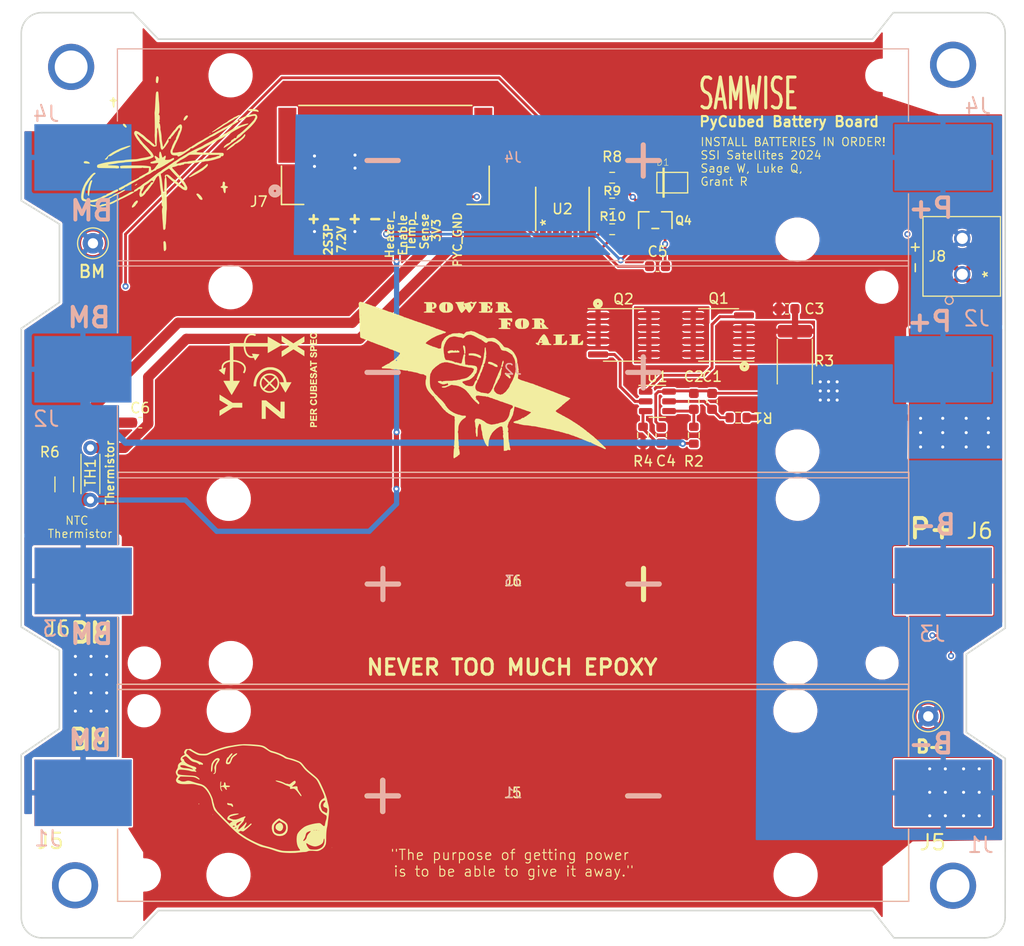
<source format=kicad_pcb>
(kicad_pcb (version 20221018) (generator pcbnew)
  (title_block (title "Battery Board") (date "2024-05-07") (rev "v2B") (company "Stanford SSI") (comment 1 "Original design by Max Holiday, very small adaptations by Grant Regen") (comment 2 "More small edits made by Sage Wu and Luke Qiao"))
  (layers (0 "F.Cu" signal) (1 "In1.Cu" signal) (2 "In2.Cu" signal) (31 "B.Cu" signal) (34 "B.Paste" user) (35 "F.Paste" user) (36 "B.SilkS" user "B.Silkscreen") (37 "F.SilkS" user "F.Silkscreen") (38 "B.Mask" user) (39 "F.Mask" user) (44 "Edge.Cuts" user))
  (net 0 "")
  (net 1 "/VDD")
  (net 2 "B-")
  (net 3 "PACK-")
  (net 4 "BM")
  (net 5 "PACK+")
  (net 6 "Net-(U1-VC)")
  (net 7 "Net-(C3-Pad1)")
  (net 8 "PyCubed_AIN5")
  (net 10 "Net-(U1-V-)")
  (net 14 "Net-(Q1-G)")
  (net 15 "+3V3")
  (net 16 "Net-(Q1-D-Pad5)")
  (net 17 "Net-(Q2-G)")
  (net 18 "/HEATER")
  (net 19 "PyCubed_HIN")
  (net 20 "Net-(Q4-G)")
  (net 21 "PYCUBED_GND")
  (net 22 "Net-(Q4-D)")
  (footprint "batteryboard:Keystone_1042" (layer "F.Cu") (at 101.1174 129.8448 180)
    (fp_text reference "J5")
    (fp_text value "KEYSTONE-1042")
  )
  (footprint "Package_TO_SOT_SMD:SOT-23-6" (layer "F.Cu") (at 115.189 91.694)
    (fp_text reference "U1")
    (fp_text value "R5460N233AF")
  )
  (footprint "batteryboard:Keystone_1042" (layer "F.Cu") (at 101.1428 109.1946)
    (fp_text reference "J6")
    (fp_text value "KEYSTONE-1042")
  )
  (footprint "Capacitor_SMD:C_0603_1608Metric" (layer "F.Cu") (at 120.523 91.694 -90)
    (fp_text reference "C1")
    (fp_text value "0.1uF")
  )
  (footprint "Capacitor_SMD:C_0603_1608Metric" (layer "F.Cu") (at 118.745 91.694 -90)
    (fp_text reference "C2")
    (fp_text value "0.1uF")
  )
  (footprint "Capacitor_SMD:C_0603_1608Metric" (layer "F.Cu") (at 115.57 94.996 -90)
    (fp_text reference "C4")
    (fp_text value "0.1uF")
  )
  (footprint "Capacitor_SMD:C_0603_1608Metric" (layer "F.Cu") (at 127.8255 82.677 180)
    (fp_text reference "C3")
    (fp_text value "0.1uF")
  )
  (footprint "Resistor_SMD:R_0603_1608Metric" (layer "F.Cu") (at 123.063 93.2815 180)
    (fp_text reference "R1")
    (fp_text value "330")
  )
  (footprint "Resistor_SMD:R_0603_1608Metric" (layer "F.Cu") (at 118.745 94.996 90)
    (fp_text reference "R2")
    (fp_text value "330")
  )
  (footprint "Package_SO:SOIC-8_3.9x4.9mm_P1.27mm" (layer "F.Cu") (at 111.887 85.217)
    (fp_text reference "Q2")
    (fp_text value "IRF7458")
  )
  (footprint "Package_SO:SOIC-8_3.9x4.9mm_P1.27mm" (layer "F.Cu") (at 121.158 85.217 180)
    (fp_text reference "Q1")
    (fp_text value "IRF7458")
  )
  (footprint "Resistor_SMD:R_0603_1608Metric" (layer "F.Cu") (at 113.792 94.996 -90)
    (fp_text reference "R4")
    (fp_text value "1k")
  )
  (footprint "Resistor_SMD:R_2512_6332Metric" (layer "F.Cu") (at 128.5875 87.8205 90)
    (fp_text reference "R3")
    (fp_text value "0.01")
  )
  (footprint "TestPoint:TestPoint_Loop_D1.80mm_Drill1.0mm_Beaded" (layer "F.Cu") (at 141.5923 122.3899)
    (fp_text reference "TP1" hide)
    (fp_text value "TestPoint")
  )
  (footprint "TestPoint:TestPoint_Loop_D1.80mm_Drill1.0mm_Beaded" (layer "F.Cu") (at 60.1853 76.2889)
    (fp_text reference "TP2" hide)
    (fp_text value "TestPoint")
  )
  (footprint "batteryboard:MountingHole_3.2mm_M3_DIN965_PadMOD" (layer "F.Cu") (at 144.0103 138.8999)
    (fp_text reference "H4" hide)
    (fp_text value "MountingHole_Pad")
  )
  (footprint "batteryboard:MountingHole_3.2mm_M3_DIN965_PadMOD" (layer "F.Cu") (at 58.0607 59.0989)
    (fp_text reference "H2" hide)
    (fp_text value "MountingHole_Pad")
  )
  (footprint "batteryboard:MountingHole_3.2mm_M3_DIN965_PadMOD" (layer "F.Cu") (at 58.4417 138.8549)
    (fp_text reference "H1" hide)
    (fp_text value "MountingHole_Pad")
  )
  (footprint "batteryboard:MountingHole_3.2mm_M3_DIN965_PadMOD" (layer "F.Cu") (at 144.0103 58.8899)
    (fp_text reference "H3" hide)
    (fp_text value "MountingHole_Pad")
  )
  (footprint "batteryboard:pheonix_2pos_screwterminal" (layer "F.Cu") (at 144.9033 79.312102 90)
    (fp_text reference "J8")
    (fp_text value "Screw_Terminal_01x02" hide)
  )
  (footprint "Resistor_SMD:R_1206_3216Metric" (layer "F.Cu") (at 57.3913 99.7839 -90)
    (fp_text reference "R6")
    (fp_text value "200k, RN73H2BTTD2003A05")
  )
  (footprint "Resistor_THT:R_Axial_DIN0204_L3.6mm_D1.6mm_P5.08mm_Horizontal" (layer "F.Cu") (at 59.9393 101.3079 90)
    (fp_text reference "TH1")
    (fp_text value "TTDO-10KC8-3-1%")
  )
  (footprint "batteryboard:PowerLogo" (layer "F.Cu") (at 97.672 89.637502)
    (fp_text reference "Ref**" hide)
    (fp_text value "Val**" hide)
  )
  (footprint "Resistor_SMD:R_0603_1608Metric" (layer "F.Cu") (at 110.7853 69.8999)
    (fp_text reference "R8")
    (fp_text value "10k")
  )
  (footprint "mainboard:PWRDI-123" (layer "F.Cu") (at 116.6447 70.3789)
    (fp_text reference "D1")
    (fp_text value "DFLS130L" hide)
  )
  (footprint "Resistor_SMD:R_0603_1608Metric" (layer "F.Cu") (at 110.7853 72.4099 180)
    (fp_text reference "R9")
    (fp_text value "4.7k")
  )
  (footprint "batteryboard_local:SOT-23" (layer "F.Cu") (at 114.9921 74.0316)
    (fp_text reference "Q4")
    (fp_text value "IRLML2803" hide)
  )
  (footprint "Capacitor_SMD:C_0603_1608Metric" (layer "F.Cu") (at 64.7917 93.7699)
    (fp_text reference "C6")
    (fp_text value "10uF")
  )
  (footprint "NetTie:NetTie-2_SMD_Pad0.5mm" (layer "F.Cu") (at 143.8111 115.0217 -90)
    (fp_text reference "NT1" hide)
    (fp_text value "NetTie_2" hide)
  )
  (footprint "batteryboard:502352-0801" (layer "F.Cu") (at 88.6803 67.6799 180)
    (fp_text reference "J7")
    (fp_text value "MOLEX 502352-0801")
  )
  (footprint "LOGO" (layer "F.Cu") (at 67.8143 68.1159)
    (fp_text reference "G***" hide)
    (fp_text value "LOGO" hide)
  )
  (footprint "batteryboard:SOIC_2LSS-13_DIO" (layer "F.Cu") (at 105.9397 72.9419 90)
    (fp_text reference "U2")
    (fp_text value "DMP2040USS-13")
  )
  (footprint "Capacitor_SMD:C_0603_1608Metric" (layer "F.Cu") (at 115.2107 78.5299)
    (fp_text reference "C5")
    (fp_text value "10uF")
  )
  (footprint "LOGO" (layer "F.Cu") (at 76.0693 130.2189)
    (fp_text reference "G***" hide)
    (fp_text value "LOGO" hide)
  )
  (footprint "Resistor_SMD:R_0603_1608Metric" (layer "F.Cu") (at 110.7853 74.9199)
    (fp_text reference "R10")
    (fp_text value "100k")
  )
  (footprint "batteryboard:Keystone_1042" (layer "B.Cu") (at 101.1174 88.5698)
    (fp_text reference "J2")
    (fp_text value "KEYSTONE-1042")
  )
  (footprint "batteryboard:Keystone_1042" (layer "B.Cu") (at 101.1428 129.8448 180)
    (fp_text reference "J1")
    (fp_text value "KEYSTONE-1042")
  )
  (footprint "batteryboard:Keystone_1042" (layer "B.Cu") (at 101.1428 109.1946 180)
    (fp_text reference "J3")
    (fp_text value "KEYSTONE-1042")
  )
  (footprint "batteryboard:Keystone_1042" (layer "B.Cu") (at 101.1174 67.9196)
    (fp_text reference "J4")
    (fp_text value "KEYSTONE-1042")
  )
  (footprint "batteryboard:XYZ_cubesat-bot" (layer "B.Cu") (at 77.2303 89.5899 -90)
    (fp_text reference "Ref**" hide)
    (fp_text value "Val**" hide)
  )
  (gr_circle (center 123.6726 88.2904) (end 123.7488 88.3158) (stroke (width 0.4)) (fill none) (layer "F.SilkS"))
  (gr_circle (center 109.3978 82.169) (end 109.474 82.1944) (stroke (width 0.4)) (fill none) (layer "F.SilkS"))
  (gr_arc (start 55.2003 143.9799) (mid 53.786086 143.394114) (end 53.2003 141.9799) (stroke (width 0.15)) (layer "Edge.Cuts"))
  (gr_arc (start 149.0853 141.9799) (mid 148.499514 143.394114) (end 147.0853 143.9799) (stroke (width 0.15)) (layer "Edge.Cuts"))
  (gr_arc (start 147.0853 53.8099) (mid 148.499514 54.395686) (end 149.0853 55.8099) (stroke (width 0.15)) (layer "Edge.Cuts"))
  (gr_arc (start 53.2003 55.8099) (mid 53.786086 54.395686) (end 55.2003 53.8099) (stroke (width 0.15)) (layer "Edge.Cuts"))
  (gr_line (start 55.2003 143.9799) (end 64.0395 143.9799) (stroke (width 0.15)) (layer "Edge.Cuts"))
  (gr_line (start 149.098 113.792) (end 149.0853 55.8099) (stroke (width 0.15)) (layer "Edge.Cuts"))
  (gr_line (start 136.1657 141.3187) (end 66.5697 141.3187) (stroke (width 0.15)) (layer "Edge.Cuts"))
  (gr_line (start 64.0395 143.9799) (end 66.5697 141.3187) (stroke (width 0.15)) (layer "Edge.Cuts"))
  (gr_line (start 147.0853 143.9799) (end 138.2461 143.9799) (stroke (width 0.15)) (layer "Edge.Cuts"))
  (gr_line (start 66.548 56.388) (end 64.0969 53.8099) (stroke (width 0.15)) (layer "Edge.Cuts"))
  (gr_line (start 136.144 56.388) (end 66.548 56.388) (stroke (width 0.15)) (layer "Edge.Cuts"))
  (gr_line (start 136.144 56.388) (end 138.1887 53.8099) (stroke (width 0.15)) (layer "Edge.Cuts"))
  (gr_line (start 147.0853 53.8099) (end 138.1887 53.8099) (stroke (width 0.15)) (layer "Edge.Cuts"))
  (gr_line (start 64.0969 53.8099) (end 55.2003 53.8099) (stroke (width 0.15)) (layer "Edge.Cuts"))
  (gr_line (start 53.2003 72.136) (end 53.2003 55.8099) (stroke (width 0.15)) (layer "Edge.Cuts"))
  (gr_line (start 149.0853 141.9799) (end 149.098 126.492) (stroke (width 0.15)) (layer "Edge.Cuts"))
  (gr_line (start 145.3097 123.952) (end 149.098 126.492) (stroke (width 0.15)) (layer "Edge.Cuts"))
  (gr_line (start 56.9121 115.9689) (end 53.1947 113.6829) (stroke (width 0.15)) (layer "Edge.Cuts"))
  (gr_line (start 145.3097 116.332) (end 145.3097 123.952) (stroke (width 0.15)) (layer "Edge.Cuts"))
  (gr_line (start 53.2003 84.582) (end 56.9177 82.042) (stroke (width 0.15)) (layer "Edge.Cuts"))
  (gr_line (start 56.9121 123.5889) (end 56.9121 115.9689) (stroke (width 0.15)) (layer "Edge.Cuts"))
  (gr_line (start 138.2461 143.9799) (end 136.1657 141.3187) (stroke (width 0.15)) (layer "Edge.Cuts"))
  (gr_line (start 53.2003 141.9799) (end 53.1947 126.1289) (stroke (width 0.15)) (layer "Edge.Cuts"))
  (gr_line (start 56.9177 74.422) (end 53.2003 72.136) (stroke (width 0.15)) (layer "Edge.Cuts"))
  (gr_line (start 56.9177 82.042) (end 56.9177 74.422) (stroke (width 0.15)) (layer "Edge.Cuts"))
  (gr_line (start 149.098 113.792) (end 145.3097 116.332) (stroke (width 0.15)) (layer "Edge.Cuts"))
  (gr_line (start 53.1947 126.1289) (end 56.9121 123.5889) (stroke (width 0.15)) (layer "Edge.Cuts"))
  (gr_line (start 53.1947 113.6829) (end 53.2003 84.582) (stroke (width 0.15)) (layer "Edge.Cuts"))
  (gr_text "BM" (at 60.0583 114.3889) (layer "B.SilkS") (effects (font (size 1.905 1.905) (thickness 0.381)) (justify mirror)))
  (gr_text "BM" (at 59.8043 83.5279) (layer "B.SilkS") (effects (font (size 1.905 1.905) (thickness 0.381)) (justify mirror)))
  (gr_text "BM" (at 60.0583 73.1139) (layer "B.SilkS") (effects (font (size 1.905 1.905) (thickness 0.381)) (justify mirror)))
  (gr_text "BM" (at 59.8895 124.7325) (layer "B.SilkS") (effects (font (size 1.905 1.905) (thickness 0.381)) (justify mirror)))
  (gr_text "B-" (at 141.8463 125.0569) (layer "B.SilkS") (effects (font (size 1.905 1.905) (thickness 0.381)) (justify mirror)))
  (gr_text "B-" (at 142.1003 103.7209) (layer "B.SilkS") (effects (font (size 1.905 1.905) (thickness 0.381)) (justify mirror)))
  (gr_text "P+" (at 141.7193 83.9089) (layer "B.SilkS") (effects (font (size 1.905 1.905) (thickness 0.381)) (justify mirror)))
  (gr_text "P+" (at 141.8463 72.8599) (layer "B.SilkS") (effects (font (size 1.905 1.905) (thickness 0.381)) (justify mirror)))
  (gr_text "J4" (at 57.0447 64.5599) (layer "B.SilkS") (effects (font (size 1.5 1.5) (thickness 0.2)) (justify left bottom mirror)))
  (gr_text "J3\n\n" (at 57.9617 117.1419) (layer "B.SilkS") (effects (font (size 1.5 1.5) (thickness 0.2)) (justify left bottom mirror)))
  (gr_text "J3\n\n" (at 143.4047 117.6459) (layer "B.SilkS") (effects (font (size 1.5 1.5) (thickness 0.2)) (justify left bottom mirror)))
  (gr_text "J4" (at 147.8497 63.7979) (layer "B.SilkS") (effects (font (size 1.5 1.5) (thickness 0.2)) (justify left bottom mirror)))
  (gr_text "J1\n" (at 148.1037 135.8069) (layer "B.SilkS") (effects (font (size 1.5 1.5) (thickness 0.2)) (justify left bottom mirror)))
  (gr_text "J2\n\n\n" (at 147.7227 89.3249) (layer "B.SilkS") (effects (font (size 1.5 1.5) (thickness 0.2)) (justify left bottom mirror)))
  (gr_text "J1\n" (at 57.1717 135.1719) (layer "B.SilkS") (effects (font (size 1.5 1.5) (thickness 0.2)) (justify left bottom mirror)))
  (gr_text "J2\n\n\n" (at 57.0447 99.1039) (layer "B.SilkS") (effects (font (size 1.5 1.5) (thickness 0.2)) (justify left bottom mirror)))
  (gr_text "BM" (at 59.9313 124.6309) (layer "F.SilkS") (effects (font (size 1.905 1.905) (thickness 0.381))))
  (gr_text "B-" (at 141.7791 125.3421) (layer "F.SilkS") (effects (font (size 1.2 1.2) (thickness 0.3))))
  (gr_text "P+" (at 141.9733 104.1019) (layer "F.SilkS") (effects (font (size 1.905 1.905) (thickness 0.381))))
  (gr_text "NTC \nThermistor" (at 58.9243 103.9553) (layer "F.SilkS") (effects (font (size 0.8 0.8) (thickness 0.1))))
  (gr_text "2S3P\n7.2V" (at 83.7655 75.9137 90) (layer "F.SilkS") (effects (font (size 0.8 0.8) (thickness 0.175))))
  (gr_text "- +" (at 140.2551 77.6663 90) (layer "F.SilkS") (effects (font (size 1 1))))
  (gr_text "INSTALL BATTERIES IN ORDER!\nSSI Satellites 2024\nSage W, Luke Q,\nGrant R\n" (at 119.3255 68.3445) (layer "F.SilkS") (effects (font (size 0.8 0.8) (thickness 0.1)) (justify left)))
  (gr_text "BM" (at 60.0927 79.0379) (layer "F.SilkS") (effects (font (size 1.2 1.2) (thickness 0.2))))
  (gr_text "Heater_\nEnable" (at 89.7447 75.4789 90) (layer "F.SilkS") (effects (font (size 0.8 0.8))))
  (gr_text "Temp_\nSense" (at 91.8447 75.1289 90) (layer "F.SilkS") (effects (font (size 0.8 0.8))))
  (gr_text "Thermistor" (at 61.8363 98.6663 90) (layer "F.SilkS") (effects (font (size 0.8 0.8))))
  (gr_text "J5" (at 54.6317 135.4259) (layer "F.SilkS") (effects (font (size 1.5 1.5) (thickness 0.2)) (justify left bottom)))
  (gr_text "J6\n" (at 55.2947 114.7289) (layer "F.SilkS") (effects (font (size 1.5 1.5) (thickness 0.2)) (justify left bottom)))
  (gr_text "J5" (at 140.6107 135.5529) (layer "F.SilkS") (effects (font (size 1.5 1.5) (thickness 0.2)) (justify left bottom)))
  (gr_text "J6\n" (at 145.1827 105.1999) (layer "F.SilkS") (effects (font (size 1.5 1.5) (thickness 0.2)) (justify left bottom)))
  (gr_text "{dblquote}The purpose of getting power \nis to be able to give it away.{dblquote}" (at 101.1899 136.6959) (layer "F.SilkS") (effects (font (size 1 1) (thickness 0.1))))
  (gr_text "SAMWISE" (at 124.0753 61.7151) (layer "F.SilkS") (effects (font (size 3 1.5) (thickness 0.3))))
  (gr_text "3V3" (at 93.6447 75.0289 90) (layer "F.SilkS") (effects (font (size 0.8 0.8))))
  (gr_text "PYC_GND" (at 95.7197 75.9289 90) (layer "F.SilkS") (effects (font (size 0.8 0.8))))
  (gr_text "PyCubed Battery Board" (at 128.0377 64.4329) (layer "F.SilkS") (effects (font (size 1 1) (thickness 0.2))))
  (gr_text "- + - +" (at 84.6963 74.0029 180) (layer "F.SilkS") (effects (font (size 1 1) (thickness 0.25))))
  (gr_text "BM" (at 60.0583 114.2619) (layer "F.SilkS") (effects (font (size 1.905 1.905) (thickness 0.381))))
  (gr_text "NEVER TOO MUCH EPOXY" (at 101.0303 117.6099) (layer "F.SilkS") (effects (font (size 1.5 1.5) (thickness 0.3))))
  (segment (start 119.761 91.694) (end 120.523 92.456) (width 0.2794) (layer "F.Cu") (net 1))
  (segment (start 121.323 93.2815) (end 120.523 92.4815) (width 0.2794) (layer "F.Cu") (net 1))
  (segment (start 122.2755 93.2815) (end 121.323 93.2815) (width 0.2794) (layer "F.Cu") (net 1))
  (segment (start 116.589 91.694) (end 119.761 91.694) (width 0.2794) (layer "F.Cu") (net 1))
  (segment (start 120.523 92.456) (end 120.523 92.4815) (width 0.2794) (layer "F.Cu") (net 1))
  (segment (start 118.745 90.678) (end 120.2945 90.678) (width 0.2794) (layer "F.Cu") (net 2))
  (segment (start 120.523 90.9065) (end 128.4015 90.9065) (width 0.2794) (layer "F.Cu") (net 2))
  (segment (start 118.745 90.9065) (end 118.745 90.678) (width 0.2794) (layer "F.Cu") (net 2))
  (segment (start 115.0329 91.0013) (end 115.2902 90.744) (width 0.27178) (layer "F.Cu") (net 2))
  (segment (start 120.2945 90.678) (end 120.523 90.9065) (width 0.2794) (layer "F.Cu") (net 2))
  (segment (start 115.2902 90.744) (end 116.3265 90.744) (width 0.27178) (layer "F.Cu") (net 2))
  (segment (start 116.655 90.678) (end 118.745 90.678) (width 0.2794) (layer "F.Cu") (net 2))
  (segment (start 115.57 94.2085) (end 115.0329 93.6714) (width 0.27178) (layer "F.Cu") (net 2))
  (segment (start 128.4015 90.9065) (end 128.5875 90.7205) (width 0.2794) (layer "F.Cu") (net 2))
  (segment (start 116.589 90.744) (end 116.655 90.678) (width 0.2794) (layer "F.Cu") (net 2))
  (segment (start 115.0329 93.6714) (end 115.0329 91.0013) (width 0.27178) (layer "F.Cu") (net 2))
  (via (at 143.256 129.794) (size 0.6) (drill 0.3) (layers "F.Cu" "B.Cu") (net 2))
  (via (at 146.558 129.794) (size 0.6) (drill 0.3) (layers "F.Cu" "B.Cu") (net 2))
  (via (at 145.034 129.794) (size 0.6) (drill 0.3) (layers "F.Cu" "B.Cu") (net 2))
  (via (at 141.732 129.794) (size 0.6) (drill 0.3) (layers "F.Cu" "B.Cu") (net 2))
  (via (at 146.558 132.08) (size 0.6) (drill 0.3) (layers "F.Cu" "B.Cu") (net 2))
  (via (at 141.732 132.08) (size 0.6) (drill 0.3) (layers "F.Cu" "B.Cu") (net 2))
  (via (at 143.256 132.08) (size 0.6) (drill 0.3) (layers "F.Cu" "B.Cu") (net 2))
  (via (at 145.034 132.08) (size 0.6) (drill 0.3) (layers "F.Cu" "B.Cu") (net 2))
  (via (at 131.8731 90.678) (size 0.6) (drill 0.3) (layers "F.Cu" "B.Cu") (net 2))
  (via (at 132.7113 90.678) (size 0.6) (drill 0.3) (layers "F.Cu" "B.Cu") (net 2))
  (via (at 131.064 90.678) (size 0.6) (drill 0.3) (layers "F.Cu" "B.Cu") (net 2))
  (via (at 131.8731 91.567) (size 0.6) (drill 0.3) (layers "F.Cu" "B.Cu") (net 2))
  (via (at 131.064 91.567) (size 0.6) (drill 0.3) (layers "F.Cu" "B.Cu") (net 2))
  (via (at 132.7113 91.567) (size 0.6) (drill 0.3) (layers "F.Cu" "B.Cu") (net 2))
  (via (at 143.256 127.508) (size 0.6) (drill 0.3) (layers "F.Cu" "B.Cu") (net 2))
  (via (at 146.558 127.508) (size 0.6) (drill 0.3) (layers "F.Cu" "B.Cu") (net 2))
  (via (at 145.034 127.508) (size 0.6) (drill 0.3) (layers "F.Cu" "B.Cu") (net 2))
  (via (at 131.8731 89.789) (size 0.6) (drill 0.3) (layers "F.Cu" "B.Cu") (net 2))
  (via (at 141.732 127.508) (size 0.6) (drill 0.3) (layers "F.Cu" "B.Cu") (net 2))
  (via (at 131.064 89.789) (size 0.6) (drill 0.3) (layers "F.Cu" "B.Cu") (net 2))
  (via (at 132.7113 89.789) (size 0.6) (drill 0.3) (layers "F.Cu" "B.Cu") (net 2))
  (segment (start 117.703498 95.7835) (end 117.665498 95.8215) (width 0.2794) (layer "F.Cu") (net 4))
  (segment (start 118.745 95.7835) (end 117.703498 95.7835) (width 0.2794) (layer "F.Cu") (net 4))
  (via (at 59.9957 121.8819) (size 0.6) (drill 0.3) (layers "F.Cu" "B.Cu") (net 4))
  (via (at 59.9957 118.3259) (size 0.6) (drill 0.3) (layers "F.Cu" "B.Cu") (net 4))
  (via (at 59.9957 120.1039) (size 0.6) (drill 0.3) (layers "F.Cu" "B.Cu") (net 4))
  (via (at 59.9957 116.5479) (size 0.6) (drill 0.3) (layers "F.Cu" "B.Cu") (net 4))
  (via (at 61.5197 116.5479) (size 0.6) (drill 0.3) (layers "F.Cu" "B.Cu") (net 4))
  (via (at 61.5197 118.3259) (size 0.6) (drill 0.3) (layers "F.Cu" "B.Cu") (net 4))
  (via (at 61.5197 121.8819) (size 0.6) (drill 0.3) (layers "F.Cu" "B.Cu") (net 4))
  (via (at 61.5197 120.1039) (size 0.6) (drill 0.3) (layers "F.Cu" "B.Cu") (net 4))
  (via (at 58.4717 120.1039) (size 0.6) (drill 0.3) (layers "F.Cu" "B.Cu") (net 4))
  (via (at 58.4717 118.3259) (size 0.6) (drill 0.3) (layers "F.Cu" "B.Cu") (net 4))
  (via (at 58.4717 116.5479) (size 0.6) (drill 0.3) (layers "F.Cu" "B.Cu") (net 4))
  (via (at 58.4717 121.8819) (size 0.6) (drill 0.3) (layers "F.Cu" "B.Cu") (net 4))
  (via (at 117.665498 95.8215) (size 0.6) (drill 0.3) (layers "F.Cu" "B.Cu") (net 4))
  (segment (start 117.563898 95.7199) (end 117.665498 95.8215) (width 0.6096) (layer "B.Cu") (net 4))
  (segment (start 59.2074 88.5698) (end 59.2074 91.567) (width 0.6096) (layer "B.Cu") (net 4))
  (segment (start 59.2074 91.567) (end 63.3603 95.7199) (width 0.6096) (layer "B.Cu") (net 4))
  (segment (start 63.3603 95.7199) (end 117.563898 95.7199) (width 0.6096) (layer "B.Cu") (net 4))
  (segment (start 85.7123 71.2729) (end 85.7763 71.2089) (width 0.6096) (layer "F.Cu") (net 5))
  (segment (start 81.776301 71.2089) (end 81.776301 68.796901) (width 0.6096) (layer "F.Cu") (net 5))
  (segment (start 81.7753 71.209901) (end 81.776301 71.2089) (width 1.27) (layer "F.Cu") (net 5))
  (segment (start 85.680301 69.005699) (end 85.725 68.961) (width 0.27178) (layer "F.Cu") (net 5))
  (segment (start 85.725 71.1576) (end 85.7763 71.2089) (width 0.6096) (layer "F.Cu") (net 5))
  (segment (start 85.725 67.691) (end 85.725 68.961) (width 0.6096) (layer "F.Cu") (net 5))
  (segment (start 140.7795 93.2815) (end 140.843 93.345) (width 0.6096) (layer "F.Cu") (net 5))
  (segment (start 81.776301 68.796901) (end 81.7753 68.7959) (width 0.6096) (layer "F.Cu") (net 5))
  (segment (start 85.725 68.961) (end 85.725 71.1576) (width 0.6096) (layer "F.Cu") (net 5))
  (segment (start 81.7753 71.280899) (end 81.680301 71.1859) (width 1.27) (layer "F.Cu") (net 5))
  (segment (start 85.680301 71.1859) (end 85.680301 69.005699) (width 0.27178) (layer "F.Cu") (net 5))
  (segment (start 123.8505 93.2815) (end 140.7795 93.2815) (width 0.6096) (layer "F.Cu") (net 5))
  (segment (start 85.7123 75.1459) (end 85.680301 75.113901) (width 0.27178) (layer "F.Cu") (net 5))
  (segment (start 81.7753 75.1459) (end 81.7753 71.280899) (width 1.27) (layer "F.Cu") (net 5))
  (segment (start 85.680301 75.113901) (end 85.680301 71.1859) (width 1.27) (layer "F.Cu") (net 5))
  (segment (start 81.7753 67.7799) (end 81.7753 68.7959) (width 0.6096) (layer "F.Cu") (net 5))
  (via (at 140.843 94.742) (size 0.6) (drill 0.3) (layers "F.Cu" "B.Cu") (net 5))
  (via (at 143.002 94.742) (size 0.6) (drill 0.3) (layers "F.Cu" "B.Cu") (net 5))
  (via (at 145.288 94.742) (size 0.6) (drill 0.3) (layers "F.Cu" "B.Cu") (net 5))
  (via (at 147.447 94.742) (size 0.6) (drill 0.3) (layers "F.Cu" "B.Cu") (net 5))
  (via (at 145.288 96.139) (size 0.6) (drill 0.3) (layers "F.Cu" "B.Cu") (net 5))
  (via (at 140.843 96.139) (size 0.6) (drill 0.3) (layers "F.Cu" "B.Cu") (net 5))
  (via (at 143.002 96.139) (size 0.6) (drill 0.3) (layers "F.Cu" "B.Cu") (net 5))
  (via (at 147.447 96.139) (size 0.6) (drill 0.3) (layers "F.Cu" "B.Cu") (net 5))
  (via (at 140.843 93.345) (size 0.6) (drill 0.3) (layers "F.Cu" "B.Cu") (net 5))
  (via (at 85.7123 75.1459) (size 0.6) (drill 0.3) (layers "F.Cu" "B.Cu") (net 5))
  (via (at 143.002 93.345) (size 0.6) (drill 0.3) (layers "F.Cu" "B.Cu") (net 5))
  (via (at 81.7753 67.7799) (size 0.6) (drill 0.3) (layers "F.Cu" "B.Cu") (net 5))
  (via (at 85.725 67.691) (size 0.6) (drill 0.3) (layers "F.Cu" "B.Cu") (net 5))
  (via (at 81.7753 75.1459) (size 0.6) (drill 0.3) (layers "F.Cu" "B.Cu") (net 5))
  (via (at 147.447 93.345) (size 0.6) (drill 0.3) (layers "F.Cu" "B.Cu") (net 5))
  (via (at 81.7753 68.7959) (size 0.6) (drill 0.3) (layers "F.Cu" "B.Cu") (net 5))
  (via (at 145.288 93.345) (size 0.6) (drill 0.3) (layers "F.Cu" "B.Cu") (net 5))
  (via (at 85.725 68.961) (size 0.6) (drill 0.3) (layers "F.Cu" "B.Cu") (net 5))
  (segment (start 118.745 92.4815) (end 118.745 94.2085) (width 0.27178) (layer "F.Cu") (net 6))
  (segment (start 116.589 92.644) (end 118.5825 92.644) (width 0.2794) (layer "F.Cu") (net 6))
  (segment (start 128.613 84.895) (end 128.5875 84.9205) (width 0.6096) (layer "F.Cu") (net 7))
  (segment (start 128.613 82.677) (end 128.613 84.895) (width 0.6096) (layer "F.Cu") (net 7))
  (segment (start 57.3913 101.2464) (end 59.8778 101.2464) (width 1.27) (layer "F.Cu") (net 8))
  (segment (start 89.7763 74.715499) (end 91.680299 72.8115) (width 0.508) (layer "F.Cu") (net 8))
  (segment (start 59.8778 101.2464) (end 59.9393 101.3079) (width 1.27) (layer "F.Cu") (net 8))
  (segment (start 91.680299 72.8115) (end 91.680299 71.1859) (width 0.508) (layer "F.Cu") (net 8))
  (segment (start 89.7599 94.7203) (end 89.7763 94.7039) (width 0.508) (layer "F.Cu") (net 8))
  (segment (start 89.7599 100.2215) (end 89.7599 94.7203) (width 0.508) (layer "F.Cu") (net 8))
  (segment (start 89.7763 78.0669) (end 89.7763 74.715499) (width 0.508) (layer "F.Cu") (net 8))
  (via (at 89.7763 78.0669) (size 0.6) (drill 0.3) (layers "F.Cu" "B.Cu") (net 8))
  (via (at 89.7599 100.2215) (size 0.6) (drill 0.3) (layers "F.Cu" "B.Cu") (net 8))
  (via (at 89.7763 94.7039) (size 0.6) (drill 0.3) (layers "F.Cu" "B.Cu") (net 8))
  (segment (start 89.7763 101.6889) (end 89.7763 100.2379) (width 0.508) (layer "B.Cu") (net 8))
  (segment (start 72.2503 104.3559) (end 87.1093 104.3559) (width 0.508) (layer "B.Cu") (net 8))
  (segment (start 69.2023 101.3079) (end 72.2503 104.3559) (width 0.508) (layer "B.Cu") (net 8))
  (segment (start 89.7763 94.7039) (end 89.7763 78.0669) (width 0.508) (layer "B.Cu") (net 8))
  (segment (start 60.4393 101.3079) (end 69.2023 101.3079) (width 0.508) (layer "B.Cu") (net 8))
  (segment (start 89.7763 100.2379) (end 89.7599 100.2215) (width 0.508) (layer "B.Cu") (net 8))
  (segment (start 87.1093 104.3559) (end 89.7763 101.6889) (width 0.508) (layer "B.Cu") (net 8))
  (segment (start 113.792 94.2085) (end 113.792 94.361) (width 0.2794) (layer "F.Cu") (net 10))
  (segment (start 113.789 94.2055) (end 113.792 94.2085) (width 0.2794) (layer "F.Cu") (net 10))
  (segment (start 113.789 92.644) (end 113.789 94.2055) (width 0.2794) (layer "F.Cu") (net 10))
  (segment (start 115.2145 95.7835) (end 115.57 95.7835) (width 0.2794) (layer "F.Cu") (net 10))
  (segment (start 113.792 94.361) (end 115.2145 95.7835) (width 0.2794) (layer "F.Cu") (net 10))
  (segment (start 119.761 89.154) (end 115.57 89.154) (width 0.2794) (layer "F.Cu") (net 14))
  (segment (start 121.285 83.439) (end 120.523 84.201) (width 0.2794) (layer "F.Cu") (net 14))
  (segment (start 120.523 88.392) (end 119.761 89.154) (width 0.2794) (layer "F.Cu") (net 14))
  (segment (start 115.57 89.2255) (end 114.0515 90.744) (width 0.2794) (layer "F.Cu") (net 14))
  (segment (start 123.506 83.439) (end 121.285 83.439) (width 0.2794) (layer "F.Cu") (net 14))
  (segment (start 120.523 84.201) (end 120.523 88.392) (width 0.2794) (layer "F.Cu") (net 14))
  (segment (start 115.57 89.154) (end 115.57 89.2255) (width 0.2794) (layer "F.Cu") (net 14))
  (segment (start 123.633 83.312) (end 123.506 83.439) (width 0.2794) (layer "F.Cu") (net 14))
  (segment (start 58.9497 93.7699) (end 64.0167 93.7699) (width 1) (layer "F.Cu") (net 15))
  (segment (start 109.68021 76.84999) (end 111.36012 78.5299) (width 0.27178) (layer "F.Cu") (net 15))
  (segment (start 57.3913 98.3214) (end 57.3913 95.1251) (width 1) (layer "F.Cu") (net 15))
  (segment (start 58.8481 93.6683) (end 58.9497 93.7699) (width 0.27178) (layer "F.Cu") (net 15))
  (segment (start 109.68021 76.84999) (end 111.6103 74.9199) (width 0.27178) (layer "F.Cu") (net 15))
  (segment (start 93.6803 70.1826) (end 93.6803 71.1859) (width 0.27178) (layer "F.Cu") (net 15))
  (segment (start 93.6803 75.8033) (end 93.6803 71.1859) (width 1) (layer "F.Cu") (net 15))
  (segment (start 104.0347 75.6343) (end 103.2751 75.6343) (width 0.27178) (layer "F.Cu") (net 15))
  (segment (start 103.2751 75.6343) (end 96.2697 68.6289) (width 0.27178) (layer "F.Cu") (net 15))
  (segment (start 57.3913 95.1251) (end 58.8481 93.6683) (width 1) (layer "F.Cu") (net 15))
  (segment (start 104.0347 75.6343) (end 106.5747 75.6343) (width 0.27178) (layer "F.Cu") (net 15))
  (segment (start 106.5747 75.6343) (end 106.5747 76.0661) (width 0.27178) (layer "F.Cu") (net 15))
  (segment (start 85.4477 84.0359) (end 93.6803 75.8033) (width 1) (layer "F.Cu") (net 15))
  (segment (start 96.2697 68.6289) (end 95.234 68.6289) (width 0.27178) (layer "F.Cu") (net 15))
  (segment (start 111.36012 78.5299) (end 114.4357 78.5299) (width 0.27178) (layer "F.Cu") (net 15))
  (segment (start 107.35859 76.84999) (end 109.68021 76.84999) (width 0.27178) (layer "F.Cu") (net 15))
  (segment (start 95.234 68.6289) (end 93.6803 70.1826) (width 0.27178) (layer "F.Cu") (net 15))
  (segment (start 58.8481 93.6683) (end 68.4805 84.0359) (width 1) (layer "F.Cu") (net 15))
  (segment (start 106.5747 76.0661) (end 107.35859 76.84999) (width 0.27178) (layer "F.Cu") (net 15))
  (segment (start 68.4805 84.0359) (end 85.4477 84.0359) (width 1) (layer "F.Cu") (net 15))
  (segment (start 111.5695 90.2539) (end 111.5695 87.6935) (width 0.2794) (layer "F.Cu") (net 17))
  (segment (start 110.998 87.122) (end 109.412 87.122) (width 0.2794) (layer "F.Cu") (net 17))
  (segment (start 113.0096 91.694) (end 111.5695 90.2539) (width 0.2794) (layer "F.Cu") (net 17))
  (segment (start 113.789 91.694) (end 113.0096 91.694) (width 0.2794) (layer "F.Cu") (net 17))
  (segment (start 111.5695 87.6935) (end 110.998 87.122) (width 0.2794) (layer "F.Cu") (net 17))
  (segment (start 112.60363 68.76323) (end 114.2193 70.3789) (width 0.27178) (layer "F.Cu") (net 18))
  (segment (start 108.36057 68.76323) (end 99.75724 60.1599) (width 0.27178) (layer "F.Cu") (net 18))
  (segment (start 106.5747 70.2495) (end 105.3047 70.2495) (width 0.27178) (layer "F.Cu") (net 18))
  (segment (start 107.8447 70.2495) (end 106.5747 70.2495) (width 0.27178) (layer "F.Cu") (net 18))
  (segment (start 107.8447 69.2791) (end 107.8447 70.2495) (width 0.27178) (layer "F.Cu") (net 18))
  (segment (start 99.75724 60.1599) (end 78.6003 60.1599) (width 0.27178) (layer "F.Cu") (net 18))
  (segment (start 78.6003 60.1599) (end 63.3603 75.3999) (width 0.27178) (layer "F.Cu") (net 18))
  (segment (start 105.3047 70.2495) (end 104.0347 70.2495) (width 0.27178) (layer "F.Cu") (net 18))
  (segment (start 63.3603 75.3999) (end 63.3603 80.4799) (width 0.27178) (layer "F.Cu") (net 18))
  (segment (start 108.36057 68.76323) (end 107.8447 69.2791) (width 0.27178) (layer "F.Cu") (net 18))
  (segment (start 114.2193 70.3789) (end 115.6447 70.3789) (width 0.27178) (layer "F.Cu") (net 18))
  (segment (start 143.8111 116.5029) (end 143.8111 115.5217) (width 0.1778) (layer "F.Cu") (net 18))
  (segment (start 108.36057 68.76323) (end 112.60363 68.76323) (width 0.27178) (layer "F.Cu") (net 18))
  (via (at 139.5603 75.3999) (size 0.6) (drill 0.3) (layers "F.Cu" "B.Cu") (net 18))
  (via (at 63.3603 80.4799) (size 0.6) (drill 0.3) (layers "F.Cu" "B.Cu") (net 18))
  (via (at 143.8111 116.5029) (size 0.6) (drill 0.3) (layers "F.Cu" "B.Cu") (net 18))
  (segment (start 112.27319 77.28701) (end 111.6203 77.9399) (width 0.27178) (layer "F.Cu") (net 19))
  (segment (start 112.27319 74.32279) (end 112.27319 77.28701) (width 0.27178) (layer "F.Cu") (net 19))
  (segment (start 109.9603 72.4099) (end 110.3603 72.4099) (width 0.27178) (layer "F.Cu") (net 19))
  (segment (start 88.7603 72.105901) (end 89.680301 71.1859) (width 0.27178) (layer "F.Cu") (net 19))
  (segment (start 110.3603 72.4099) (end 112.27319 74.32279) (width 0.27178) (layer "F.Cu") (net 19))
  (segment (start 88.7603 75.3999) (end 88.7603 72.105901) (width 0.27178) (layer "F.Cu") (net 19))
  (via (at 111.6203 77.9399) (size 0.6) (drill 0.3) (layers "F.Cu" "B.Cu") (net 19))
  (via (at 88.7603 75.3999) (size 0.6) (drill 0.3) (layers "F.Cu" "B.Cu") (net 19))
  (segment (start 111.6203 77.9399) (end 109.0803 75.3999) (width 0.27178) (layer "B.Cu") (net 19))
  (segment (start 109.0803 75.3999) (end 88.7603 75.3999) (width 0.27178) (layer "B.Cu") (net 19))
  (segment (start 109.9603 70.7599) (end 111.6103 72.4099) (width 0.27178) (layer "F.Cu") (net 20))
  (segment (start 109.9603 69.8999) (end 109.9603 70.7599) (width 0.27178) (layer "F.Cu") (net 20))
  (segment (start 111.6103 72.4099) (end 111.6103 72.6056) (width 0.27178) (layer "F.Cu") (net 20))
  (segment (start 111.6103 72.6056) (end 114.0396 75.0349) (width 0.27178) (layer "F.Cu") (net 20))
  (segment (start 65.5697 93.7669) (end 65.5697 89.3289) (width 1) (layer "F.Cu") (net 21))
  (segment (start 115.9446 76.354) (end 115.9446 78.4888) (width 0.27178) (layer "F.Cu") (net 21))
  (segment (start 115.351184 75.0349) (end 114.427894 74.11161) (width 0.27178) (layer "F.Cu") (net 21))
  (segment (start 115.9446 78.4888) (end 115.9857 78.5299) (width 0.27178) (layer "F.Cu") (net 21))
  (segment (start 112.7697 71.7789) (end 111.6103 70.6195) (width 0.27178) (layer "F.Cu") (net 21))
  (segment (start 115.9446 75.0349) (end 115.9446 76.3538) (width 0.27178) (layer "F.Cu") (net 21))
  (segment (start 69.2947 85.6039) (end 86.1697 85.6039) (width 1) (layer "F.Cu") (net 21))
  (segment (start 115.9446 75.0349) (end 115.351184 75.0349) (width 0.27178) (layer "F.Cu") (net 21))
  (segment (start 65.5667 93.7699) (end 65.5697 93.7669) (width 1) (layer "F.Cu") (net 21))
  (segment (start 65.5667 93.89981) (end 65.5667 93.7699) (width 1) (layer "F.Cu") (net 21))
  (segment (start 115.9447 76.3539) (end 115.9446 76.354) (width 0.27178) (layer "F.Cu") (net 21))
  (segment (start 97.5947 71.7539) (end 96.248301 71.7539) (width 0.27178) (layer "F.Cu") (net 21))
  (segment (start 115.9446 76.3538) (end 115.9447 76.3539) (width 0.27178) (layer "F.Cu") (net 21))
  (segment (start 95.680301 76.093299) (end 95.680301 71.1859) (width 1) (layer "F.Cu") (net 21))
  (segment (start 112.7947 71.7789) (end 112.7697 71.7789) (width 0.27178) (layer "F.Cu") (net 21))
  (segment (start 115.9446 75.0349) (end 115.9446 72.629) (width 0.27178) (layer "F.Cu") (net 21))
  (segment (start 86.1697 85.6039) (end 95.680301 76.093299) (width 1) (layer "F.Cu") (net 21))
  (segment (start 114.427894 74.11161) (end 114.427894 73.437094) (width 0.27178) (layer "F.Cu") (net 21))
  (segment (start 142.0125 114.5217) (end 141.9947 114.5039) (width 0.27178) (layer "F.Cu") (net 21))
  (segment (start 59.9393 96.2279) (end 63.23861 96.2279) (width 1) (layer "F.Cu") (net 21))
  (segment (start 115.9446 72.629) (end 118.1947 70.3789) (width 0.27178) (layer "F.Cu") (net 21))
  (segment (start 111.6103 70.6195) (end 111.6103 69.8999) (width 0.27178) (layer "F.Cu") (net 21))
  (segment (start 63.23861 96.2279) (end 65.5667 93.89981) (width 1) (layer "F.Cu") (net 21))
  (segment (start 96.248301 71.7539) (end 95.680301 71.1859) (width 0.27178) (layer "F.Cu") (net 21))
  (segment (start 114.427894 73.437094) (end 112.7947 71.8039) (width 0.27178) (layer "F.Cu") (net 21))
  (segment (start 112.7947 71.8039) (end 112.7947 71.7789) (width 0.27178) (layer "F.Cu") (net 21))
  (segment (start 143.8111 114.5217) (end 142.0125 114.5217) (width 0.27178) (layer "F.Cu") (net 21))
  (segment (start 65.5697 89.3289) (end 69.2947 85.6039) (width 1) (layer "F.Cu") (net 21))
  (via (at 115.9447 76.3539) (size 0.6) (drill 0.3) (layers "F.Cu" "B.Cu") (net 21))
  (via (at 141.9947 114.5039) (size 0.6) (drill 0.3) (layers "F.Cu" "B.Cu") (net 21))
  (via (at 97.5947 71.7539) (size 0.6) (drill 0.3) (layers "F.Cu" "B.Cu") (net 21))
  (via (at 112.7947 71.7789) (size 0.6) (drill 0.3) (layers "F.Cu" "B.Cu") (net 21))
  (segment (start 112.002036 69.16201) (end 112.27319 69.433164) (width 0.27178) (layer "F.Cu") (net 22))
  (segment (start 112.27319 69.99883) (end 114.9921 72.71774) (width 0.27178) (layer "F.Cu") (net 22))
  (segment (start 112.27319 69.433164) (end 112.27319 69.99883) (width 0.27178) (layer "F.Cu") (net 22))
  (segment (start 109.2459 75.6343) (end 109.9603 74.9199) (width 0.27178) (layer "F.Cu") (net 22))
  (segment (start 109.29741 69.433164) (end 109.568564 69.16201) (width 0.27178) (layer "F.Cu") (net 22))
  (segment (start 109.9603 74.9199) (end 109.29741 74.25701) (width 0.27178) (layer "F.Cu") (net 22))
  (segment (start 109.568564 69.16201) (end 112.002036 69.16201) (width 0.27178) (layer "F.Cu") (net 22))
  (segment (start 107.8447 75.6343) (end 109.2459 75.6343) (width 0.27178) (layer "F.Cu") (net 22))
  (segment (start 114.9921 72.71774) (end 114.9921 73.1553) (width 0.27178) (layer "F.Cu") (net 22))
  (segment (start 109.29741 74.25701) (end 109.29741 69.433164) (width 0.27178) (layer "F.Cu") (net 22))
  (zone (net 0) (net_name "") (layer "F.Cu") (connect_pads (clearance 0)) (min_thickness 0.254)
    (keepout (tracks allowed) (vias allowed) (pads allowed) (copperpour not_allowed) (footprints allowed))
    (fill (thermal_gap 0.508) (thermal_bridge_width 0.508))
    (polygon (pts (xy 142.6083 63.7159) (xy 137.16 61.9379) (xy 137.16 52.832) (xy 149.86 52.832) (xy 149.86 63.7159)))
  )
  (zone (net 2) (net_name "B-") (layer "F.Cu") (priority 2) (connect_pads (clearance 0.1524)) (min_thickness 0.1524) (fill yes (thermal_gap 0.254) (thermal_bridge_width 0.508))
    (polygon (pts (xy 133.096 92.202) (xy 126.492 92.202) (xy 126.492 89.408) (xy 133.096 89.408)))
  )
  (zone (net 3) (net_name "PACK-") (layer "F.Cu") (connect_pads (clearance 0.1524)) (min_thickness 0.1524) (fill yes (thermal_gap 0.1524) (thermal_bridge_width 0.508))
    (polygon (pts (xy 149.86 144.78) (xy 53.34 144.78) (xy 53.34 53.34) (xy 149.86 53.34)))
  )
  (zone (net 5) (net_name "PACK+") (layer "F.Cu") (priority 3) (connect_pads (clearance 0.254)) (min_thickness 0.1524) (fill yes (thermal_gap 0.1524) (thermal_bridge_width 0.508))
    (polygon (pts (xy 149.098 113.286067) (xy 139.7 113.286067) (xy 139.7 84.584067) (xy 149.098 84.584067)))
  )
  (zone (net 7) (net_name "Net-(C3-Pad1)") (layer "F.Cu") (priority 3) (connect_pads (clearance 0.1524)) (min_thickness 0.1524) (fill yes (thermal_gap 0.127) (thermal_bridge_width 0.508))
    (polygon (pts (xy 130.556 83.82) (xy 130.556 88.011) (xy 120.523 88.011) (xy 120.523 83.82)))
  )
  (zone (net 16) (net_name "Net-(Q1-D-Pad5)") (layer "F.Cu") (priority 3) (connect_pads (clearance 0.1524)) (min_thickness 0.1524) (fill yes (thermal_gap 0.127) (thermal_bridge_width 0.508))
    (polygon (pts (xy 120.269 88.011) (xy 112.903 88.011) (xy 112.903 82.423) (xy 120.269 82.423)))
  )
  (zone (net 4) (net_name "BM") (layer "F.Cu") (priority 3) (connect_pads (clearance 0.254)) (min_thickness 0.1524) (fill yes (thermal_gap 0.254) (thermal_bridge_width 0.508))
    (polygon (pts (xy 62.738 133.096) (xy 53.086 133.096) (xy 53.086 104.902) (xy 62.738 104.902)))
  )
  (zone (net 0) (net_name "") (layer "F.Cu") (connect_pads (clearance 0)) (min_thickness 0.25)
    (keepout (tracks allowed) (vias allowed) (pads allowed) (copperpour not_allowed) (footprints allowed))
    (fill (thermal_gap 0.5) (thermal_bridge_width 0.5))
    (polygon (pts (xy 143.4047 114.0645) (xy 143.4047 115.8933) (xy 144.2175 115.8933) (xy 144.2175 114.0645)))
  )
  (zone (net 0) (net_name "") (layers "F&B.Cu") (connect_pads (clearance 0)) (min_thickness 0.254)
    (keepout (tracks allowed) (vias allowed) (pads allowed) (copperpour not_allowed) (footprints allowed))
    (fill (thermal_gap 0.508) (thermal_bridge_width 0.508))
    (polygon (pts (xy 137.1473 136.9949) (xy 140.0683 134.5819) (xy 148.9583 134.4549) (xy 149.111756 144.78) (xy 137.16 144.78)))
  )
  (zone (net 0) (net_name "") (layers "F&B.Cu") (connect_pads (clearance 0)) (min_thickness 0.254)
    (keepout (tracks allowed) (vias allowed) (pads allowed) (copperpour not_allowed) (footprints allowed))
    (fill (thermal_gap 0.508) (thermal_bridge_width 0.508))
    (polygon (pts (xy 62.738 131.9149) (xy 65.082555 135.636) (xy 65.082555 144.2339) (xy 52.8193 144.2339) (xy 52.8193 131.9149)))
  )
  (zone (net 0) (net_name "") (layers "F&B.Cu") (connect_pads (clearance 0)) (min_thickness 0.254)
    (keepout (tracks allowed) (vias allowed) (pads allowed) (copperpour not_allowed) (footprints allowed))
    (fill (thermal_gap 0.508) (thermal_bridge_width 0.508))
    (polygon (pts (xy 65.024 60.452) (xy 60.9473 65.3669) (xy 53.0733 65.3669) (xy 53.072244 52.578) (xy 65.024 52.578)))
  )
  (zone (net 5) (net_name "PACK+") (layer "B.Cu") (priority 3) (connect_pads (clearance 0.1524)) (min_thickness 0.1524) (fill yes (thermal_gap 0.1524) (thermal_bridge_width 0.508))
    (polygon (pts (xy 149.092331 97.282) (xy 139.694331 97.282) (xy 139.9413 77.4319) (xy 79.7433 77.4319) (xy 79.9338 63.73495) (xy 134.874 63.881) (xy 140.7033 63.8429) (xy 149.2123 63.8429)))
  )
  (zone (net 2) (net_name "B-") (layer "B.Cu") (priority 2) (connect_pads (clearance 0.1524)) (min_thickness 0.1524) (fill yes (thermal_gap 0.254) (thermal_bridge_width 0.508))
    (polygon (pts (xy 149.0853 134.4549) (xy 124.7775 134.4549) (xy 124.968 88.138) (xy 149.098 88.011)))
  )
  (zone (net 4) (net_name "BM") (layer "B.Cu") (priority 3) (connect_pads (clearance 0.1524)) (min_thickness 0.1524) (fill yes (thermal_gap 0.254) (thermal_bridge_width 0.508))
    (polygon (pts (xy 62.738 131.9149) (xy 53.086 131.9149) (xy 52.9463 65.2399) (xy 62.7253 65.2399)))
  )
)
</source>
